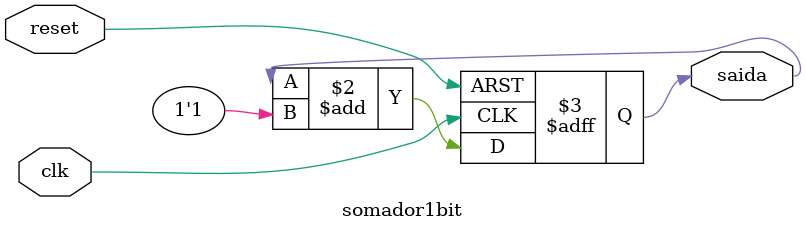
<source format=v>
module somador1bit(
input clk, reset,
output reg saida
);

always @(posedge clk or posedge reset) begin
	if (reset)
		saida = 1'd0;
	else
		saida = saida + 1'd1;
end

endmodule 
</source>
